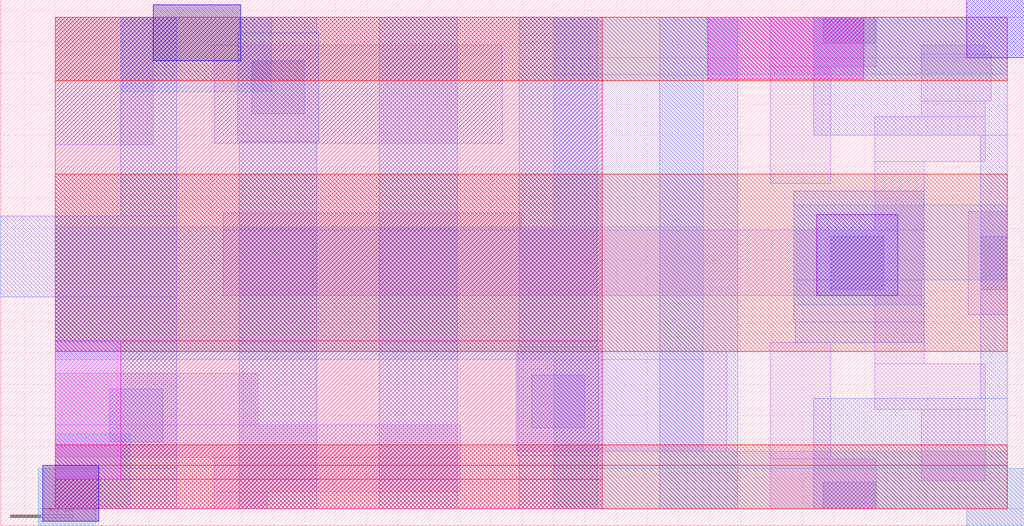
<source format=lef>
# Copyright 2020 The SkyWater PDK Authors
#
# Licensed under the Apache License, Version 2.0 (the "License");
# you may not use this file except in compliance with the License.
# You may obtain a copy of the License at
#
#     https://www.apache.org/licenses/LICENSE-2.0
#
# Unless required by applicable law or agreed to in writing, software
# distributed under the License is distributed on an "AS IS" BASIS,
# WITHOUT WARRANTIES OR CONDITIONS OF ANY KIND, either express or implied.
# See the License for the specific language governing permissions and
# limitations under the License.
#
# SPDX-License-Identifier: Apache-2.0

VERSION 5.7 ;
  NOWIREEXTENSIONATPIN ON ;
  DIVIDERCHAR "/" ;
  BUSBITCHARS "[]" ;
MACRO sky130_fd_bd_sram__sram_dp_swldrv_opt3di
  CLASS BLOCK ;
  FOREIGN sky130_fd_bd_sram__sram_dp_swldrv_opt3di ;
  ORIGIN  0.175000  0.055000 ;
  SIZE  3.285000 BY  1.690000 ;
  OBS
    LAYER li1 ;
      RECT 0.000000 0.165000 1.300000 0.270000 ;
      RECT 0.000000 0.270000 0.650000 0.435000 ;
      RECT 0.000000 1.170000 0.315000 1.580000 ;
      RECT 0.510000 0.000000 0.680000 0.055000 ;
      RECT 0.510000 0.055000 1.300000 0.165000 ;
      RECT 0.510000 1.175000 1.435000 1.490000 ;
      RECT 0.540000 0.685000 2.790000 0.895000 ;
      RECT 0.540000 0.895000 1.495000 0.950000 ;
      RECT 1.480000 0.185000 2.155000 0.505000 ;
      RECT 2.295000 0.000000 2.635000 0.160000 ;
      RECT 2.295000 0.160000 2.490000 0.535000 ;
      RECT 2.295000 1.045000 2.490000 1.420000 ;
      RECT 2.295000 1.420000 2.635000 1.580000 ;
      RECT 2.630000 0.320000 2.985000 0.465000 ;
      RECT 2.630000 0.465000 2.790000 0.685000 ;
      RECT 2.630000 0.895000 2.790000 1.115000 ;
      RECT 2.630000 1.115000 2.985000 1.260000 ;
      RECT 2.780000 0.090000 2.985000 0.320000 ;
      RECT 2.780000 1.260000 2.985000 1.310000 ;
      RECT 2.780000 1.310000 3.005000 1.460000 ;
      RECT 2.780000 1.460000 2.985000 1.490000 ;
      RECT 2.930000 0.625000 3.055000 0.955000 ;
    LAYER mcon ;
      RECT 0.175000 0.215000 0.345000 0.385000 ;
      RECT 0.630000 1.270000 0.800000 1.440000 ;
      RECT 1.530000 0.260000 1.700000 0.430000 ;
      RECT 2.465000 0.000000 2.635000 0.085000 ;
      RECT 2.465000 1.495000 2.635000 1.580000 ;
      RECT 2.490000 0.705000 2.660000 0.875000 ;
      RECT 2.970000 0.705000 3.055000 0.875000 ;
    LAYER met1 ;
      RECT -0.175000  0.680000 0.390000 0.940000 ;
      RECT -0.055000 -0.055000 0.130000 0.000000 ;
      RECT -0.055000  0.000000 0.390000 0.130000 ;
      RECT  0.000000  0.130000 0.390000 0.680000 ;
      RECT  0.210000  0.940000 0.390000 1.580000 ;
      RECT  0.585000  1.180000 0.845000 1.530000 ;
      RECT  0.590000  0.000000 0.840000 1.180000 ;
      RECT  0.590000  1.530000 0.840000 1.580000 ;
      RECT  1.040000  0.000000 1.290000 1.580000 ;
      RECT  1.485000  0.170000 1.745000 0.520000 ;
      RECT  1.490000  0.000000 1.740000 0.170000 ;
      RECT  1.490000  0.520000 1.740000 1.580000 ;
      RECT  1.940000  0.000000 2.190000 1.580000 ;
      RECT  2.370000  0.600000 2.790000 1.020000 ;
      RECT  2.375000  0.535000 2.790000 0.600000 ;
      RECT  2.435000  0.000000 3.110000 0.130000 ;
      RECT  2.435000  0.130000 3.055000 0.355000 ;
      RECT  2.435000  1.200000 3.055000 1.450000 ;
      RECT  2.435000  1.450000 3.110000 1.580000 ;
      RECT  2.925000 -0.055000 3.110000 0.000000 ;
      RECT  2.925000  1.580000 3.110000 1.635000 ;
      RECT  2.970000  0.355000 3.055000 1.200000 ;
    LAYER met2 ;
      RECT -0.055000 -0.055000 0.130000 -0.040000 ;
      RECT -0.055000 -0.040000 0.140000  0.000000 ;
      RECT -0.055000  0.000000 0.240000  0.130000 ;
      RECT -0.040000  0.130000 0.240000  0.140000 ;
      RECT  0.000000  0.140000 0.240000  0.240000 ;
      RECT  0.000000  0.480000 2.080000  0.905000 ;
      RECT  0.215000  1.340000 0.695000  1.580000 ;
      RECT  0.315000  1.580000 0.595000  1.620000 ;
      RECT  1.600000  0.000000 3.110000  0.130000 ;
      RECT  1.600000  0.130000 3.055000  0.185000 ;
      RECT  1.600000  0.185000 2.080000  0.480000 ;
      RECT  1.600000  0.905000 2.080000  1.395000 ;
      RECT  1.600000  1.395000 3.055000  1.450000 ;
      RECT  1.600000  1.450000 3.110000  1.580000 ;
      RECT  2.370000  0.655000 2.780000  0.735000 ;
      RECT  2.370000  0.735000 3.055000  0.975000 ;
      RECT  2.925000 -0.055000 3.110000  0.000000 ;
      RECT  2.925000  1.580000 3.110000  1.635000 ;
    LAYER met3 ;
      RECT -0.040000 -0.040000 0.140000 0.000000 ;
      RECT -0.040000  0.000000 3.055000 0.140000 ;
      RECT  0.000000  0.140000 3.055000 0.205000 ;
      RECT  0.000000  0.505000 3.055000 1.075000 ;
      RECT  0.000000  1.375000 3.055000 1.580000 ;
      RECT  0.315000  1.580000 0.595000 1.620000 ;
    LAYER nwell ;
      RECT 0.000000 0.000000 1.755000 0.095000 ;
      RECT 0.210000 0.095000 1.755000 0.540000 ;
    LAYER nwell ;
      RECT 0.000000 0.540000 1.755000 1.580000 ;
    LAYER pwell ;
      RECT 0.000000 0.095000 0.210000 0.540000 ;
      RECT 2.095000 1.380000 2.595000 1.580000 ;
    LAYER via ;
      RECT 2.445000 0.685000 2.705000 0.945000 ;
      RECT 2.925000 1.450000 3.110000 1.635000 ;
    LAYER via2 ;
      RECT -0.040000 -0.040000 0.140000 0.140000 ;
      RECT  0.315000  1.440000 0.595000 1.620000 ;
  END
END sky130_fd_bd_sram__sram_dp_swldrv_opt3di
END LIBRARY

</source>
